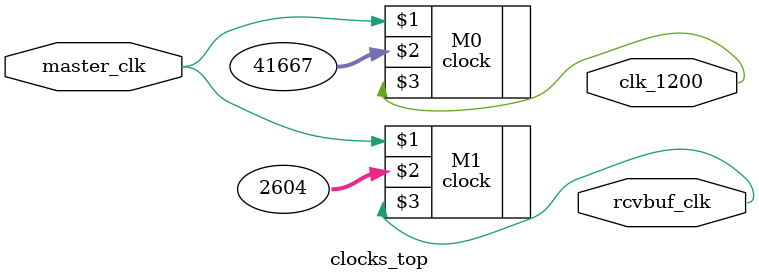
<source format=v>
/*  Author: bkeith

	File: clocks_top.v 
    Description: This module produces the various clocks required by the 
    			  submodules of satcom.v   
	
	Inputs:		master_clk		- 100 MHz system clock
				
	Outputs:	rcvbuf_clk		- clock for rx buffer (rx_buffer.v)
				clk_1200		- clock for dispensing data into communications 
								  loopback at 1200 b/sec (rx_buffer.v)
	
	History:	3/11/14		- started.	
*/

module clocks_top(
	input master_clk,
	output wire rcvbuf_clk,
	output wire clk_1200
	);

	clock M0 (master_clk, 41667, clk_1200);		// 1200 Hz
	clock M1 (master_clk, 2604, rcvbuf_clk);		// 16*1200 Hz 

endmodule

</source>
